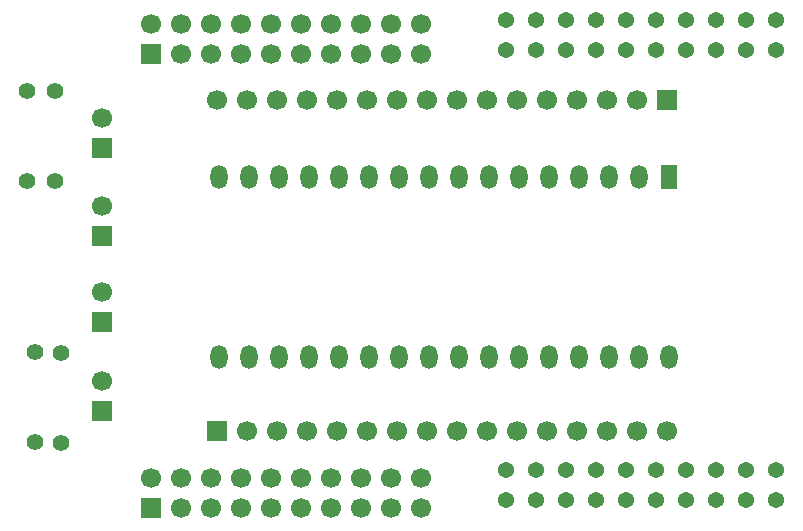
<source format=gts>
%TF.GenerationSoftware,KiCad,Pcbnew,9.0.4*%
%TF.CreationDate,2025-10-21T11:21:35+02:00*%
%TF.ProjectId,GlasgowICAdapter,476c6173-676f-4774-9943-416461707465,rev?*%
%TF.SameCoordinates,Original*%
%TF.FileFunction,Soldermask,Top*%
%TF.FilePolarity,Negative*%
%FSLAX46Y46*%
G04 Gerber Fmt 4.6, Leading zero omitted, Abs format (unit mm)*
G04 Created by KiCad (PCBNEW 9.0.4) date 2025-10-21 11:21:35*
%MOMM*%
%LPD*%
G01*
G04 APERTURE LIST*
%ADD10O,1.440000X2.000000*%
%ADD11R,1.440000X2.000000*%
%ADD12R,1.700000X1.700000*%
%ADD13C,1.700000*%
%ADD14C,1.400000*%
%ADD15C,1.371600*%
G04 APERTURE END LIST*
D10*
%TO.C,J3*%
X146800000Y-108240000D03*
X144260000Y-108240000D03*
X141720000Y-108240000D03*
X139180000Y-108240000D03*
X136640000Y-108240000D03*
X134100000Y-108240000D03*
X131560000Y-108240000D03*
X129020000Y-108240000D03*
X126480000Y-108240000D03*
X123940000Y-108240000D03*
X121400000Y-108240000D03*
X118860000Y-108240000D03*
X116320000Y-108240000D03*
X113780000Y-108240000D03*
X111240000Y-108240000D03*
X108700000Y-108240000D03*
X108700000Y-93000000D03*
X111240000Y-93000000D03*
X113780000Y-93000000D03*
X116320000Y-93000000D03*
X118860000Y-93000000D03*
X121400000Y-93000000D03*
X123940000Y-93000000D03*
X126480000Y-93000000D03*
X129020000Y-93000000D03*
X131560000Y-93000000D03*
X134100000Y-93000000D03*
X136640000Y-93000000D03*
X139180000Y-93000000D03*
X141720000Y-93000000D03*
X144260000Y-93000000D03*
D11*
X146800000Y-93000000D03*
%TD*%
D12*
%TO.C,J5*%
X98800000Y-98010000D03*
D13*
X98800000Y-95470000D03*
%TD*%
D14*
%TO.C,R4*%
X95370000Y-107880000D03*
X95370000Y-115500000D03*
%TD*%
D12*
%TO.C,J11*%
X102940000Y-121040000D03*
D13*
X102940000Y-118500000D03*
X105480000Y-121040000D03*
X105480000Y-118500000D03*
X108020000Y-121040000D03*
X108020000Y-118500000D03*
X110560000Y-121040000D03*
X110560000Y-118500000D03*
X113100000Y-121040000D03*
X113100000Y-118500000D03*
X115640000Y-121040000D03*
X115640000Y-118500000D03*
X118180000Y-121040000D03*
X118180000Y-118500000D03*
X120720000Y-121040000D03*
X120720000Y-118500000D03*
X123260000Y-121040000D03*
X123260000Y-118500000D03*
X125800000Y-121040000D03*
X125800000Y-118500000D03*
%TD*%
D12*
%TO.C,J6*%
X146620000Y-86500000D03*
D13*
X144080000Y-86500000D03*
X141540000Y-86500000D03*
X139000000Y-86500000D03*
X136460000Y-86500000D03*
X133920000Y-86500000D03*
X131380000Y-86500000D03*
X128840000Y-86500000D03*
X126300000Y-86500000D03*
X123760000Y-86500000D03*
X121220000Y-86500000D03*
X118680000Y-86500000D03*
X116140000Y-86500000D03*
X113600000Y-86500000D03*
X111060000Y-86500000D03*
X108520000Y-86500000D03*
%TD*%
D12*
%TO.C,J7*%
X98800000Y-105235000D03*
D13*
X98800000Y-102695000D03*
%TD*%
D12*
%TO.C,J10*%
X102940000Y-82540000D03*
D13*
X102940000Y-80000000D03*
X105480000Y-82540000D03*
X105480000Y-80000000D03*
X108020000Y-82540000D03*
X108020000Y-80000000D03*
X110560000Y-82540000D03*
X110560000Y-80000000D03*
X113100000Y-82540000D03*
X113100000Y-80000000D03*
X115640000Y-82540000D03*
X115640000Y-80000000D03*
X118180000Y-82540000D03*
X118180000Y-80000000D03*
X120720000Y-82540000D03*
X120720000Y-80000000D03*
X123260000Y-82540000D03*
X123260000Y-80000000D03*
X125800000Y-82540000D03*
X125800000Y-80000000D03*
%TD*%
D14*
%TO.C,R3*%
X93120000Y-107820000D03*
X93120000Y-115440000D03*
%TD*%
D12*
%TO.C,J8*%
X98800000Y-112775000D03*
D13*
X98800000Y-110235000D03*
%TD*%
D14*
%TO.C,R2*%
X92500000Y-93310000D03*
X92500000Y-85690000D03*
%TD*%
%TO.C,R1*%
X94870000Y-93310000D03*
X94870000Y-85690000D03*
%TD*%
D12*
%TO.C,J9*%
X108560000Y-114500000D03*
D13*
X111100000Y-114500000D03*
X113640000Y-114500000D03*
X116180000Y-114500000D03*
X118720000Y-114500000D03*
X121260000Y-114500000D03*
X123800000Y-114500000D03*
X126340000Y-114500000D03*
X128880000Y-114500000D03*
X131420000Y-114500000D03*
X133960000Y-114500000D03*
X136500000Y-114500000D03*
X139040000Y-114500000D03*
X141580000Y-114500000D03*
X144120000Y-114500000D03*
X146660000Y-114500000D03*
%TD*%
D12*
%TO.C,J4*%
X98800000Y-90510000D03*
D13*
X98800000Y-87970000D03*
%TD*%
D15*
%TO.C,J2*%
X133000000Y-120378700D03*
X133000000Y-117838700D03*
X135540000Y-120378700D03*
X135540000Y-117838700D03*
X138080000Y-120378700D03*
X138080000Y-117838700D03*
X140620000Y-120378700D03*
X140620000Y-117838700D03*
X143160000Y-120378700D03*
X143160000Y-117838700D03*
X145700000Y-120378700D03*
X145700000Y-117838700D03*
X148240000Y-120378700D03*
X148240000Y-117838700D03*
X150780000Y-120378700D03*
X150780000Y-117838700D03*
X153320000Y-120378700D03*
X153320000Y-117838700D03*
X155860000Y-120378700D03*
X155860000Y-117838700D03*
%TD*%
%TO.C,J1*%
X133000000Y-82278700D03*
X133000000Y-79738700D03*
X135540000Y-82278700D03*
X135540000Y-79738700D03*
X138080000Y-82278700D03*
X138080000Y-79738700D03*
X140620000Y-82278700D03*
X140620000Y-79738700D03*
X143160000Y-82278700D03*
X143160000Y-79738700D03*
X145700000Y-82278700D03*
X145700000Y-79738700D03*
X148240000Y-82278700D03*
X148240000Y-79738700D03*
X150780000Y-82278700D03*
X150780000Y-79738700D03*
X153320000Y-82278700D03*
X153320000Y-79738700D03*
X155860000Y-82278700D03*
X155860000Y-79738700D03*
%TD*%
M02*

</source>
